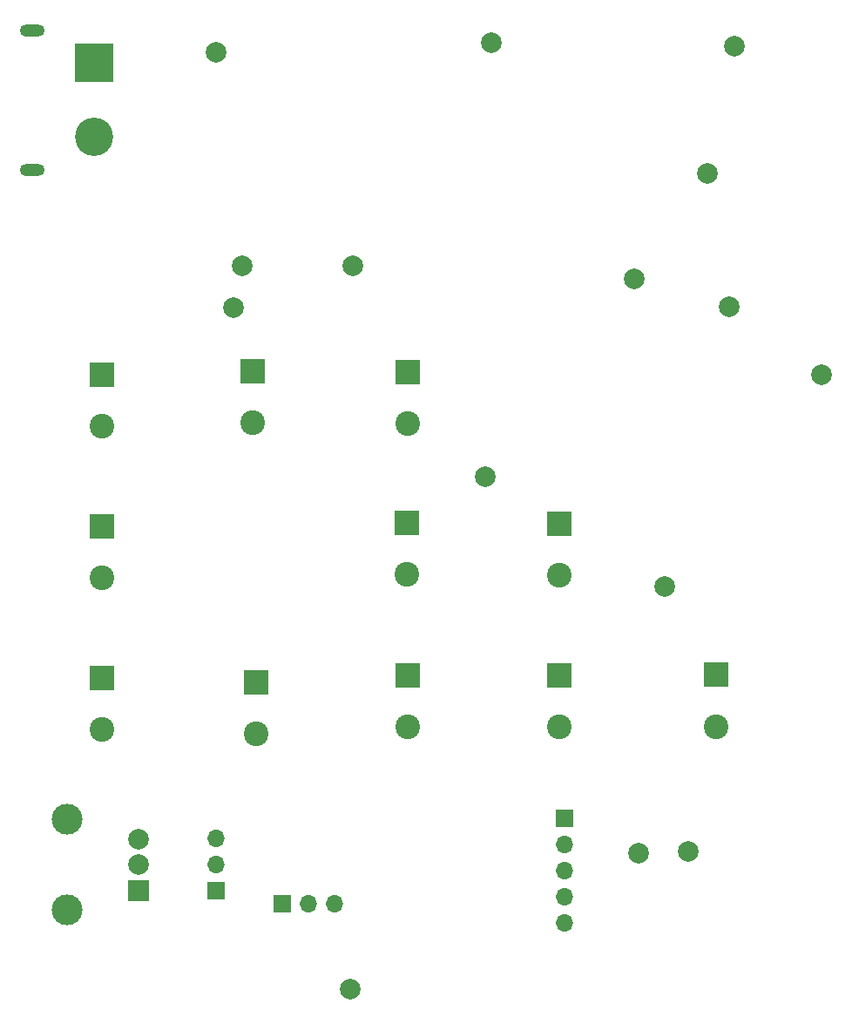
<source format=gbr>
%TF.GenerationSoftware,KiCad,Pcbnew,(6.0.0)*%
%TF.CreationDate,2022-09-13T16:11:23+02:00*%
%TF.ProjectId,IceCutterPCB,49636543-7574-4746-9572-5043422e6b69,rev?*%
%TF.SameCoordinates,Original*%
%TF.FileFunction,Soldermask,Bot*%
%TF.FilePolarity,Negative*%
%FSLAX46Y46*%
G04 Gerber Fmt 4.6, Leading zero omitted, Abs format (unit mm)*
G04 Created by KiCad (PCBNEW (6.0.0)) date 2022-09-13 16:11:23*
%MOMM*%
%LPD*%
G01*
G04 APERTURE LIST*
%ADD10R,2.400000X2.400000*%
%ADD11C,2.400000*%
%ADD12R,1.700000X1.700000*%
%ADD13O,1.700000X1.700000*%
%ADD14R,3.716000X3.716000*%
%ADD15C,3.716000*%
%ADD16O,2.400000X1.200000*%
%ADD17C,3.000000*%
%ADD18R,2.000000X2.000000*%
%ADD19C,2.000000*%
G04 APERTURE END LIST*
D10*
%TO.C,C17*%
X203962000Y-82042000D03*
D11*
X203962000Y-87042000D03*
%TD*%
D12*
%TO.C,J2*%
X185395800Y-132423000D03*
D13*
X185395800Y-129883000D03*
X185395800Y-127343000D03*
%TD*%
D10*
%TO.C,C20*%
X174244000Y-111760000D03*
D11*
X174244000Y-116760000D03*
%TD*%
D10*
%TO.C,C15*%
X188900000Y-81902272D03*
D11*
X188900000Y-86902272D03*
%TD*%
D12*
%TO.C,J5*%
X191787000Y-133631400D03*
D13*
X194327000Y-133631400D03*
X196867000Y-133631400D03*
%TD*%
D10*
%TO.C,C10*%
X203962000Y-111506000D03*
D11*
X203962000Y-116506000D03*
%TD*%
D10*
%TO.C,C21*%
X218694000Y-96774000D03*
D11*
X218694000Y-101774000D03*
%TD*%
D10*
%TO.C,C18*%
X233984800Y-111443472D03*
D11*
X233984800Y-116443472D03*
%TD*%
D12*
%TO.C,J4*%
X219202000Y-125354000D03*
D13*
X219202000Y-127894000D03*
X219202000Y-130434000D03*
X219202000Y-132974000D03*
X219202000Y-135514000D03*
%TD*%
D14*
%TO.C,J1*%
X173545000Y-52000000D03*
D15*
X173545000Y-59200000D03*
D16*
X167545000Y-48850000D03*
X167545000Y-62350000D03*
%TD*%
D17*
%TO.C,RV1*%
X170852800Y-134283000D03*
X170852800Y-125483000D03*
D18*
X177852800Y-132383000D03*
D19*
X177852800Y-129883000D03*
X177852800Y-127383000D03*
%TD*%
D10*
%TO.C,C13*%
X189280800Y-112154672D03*
D11*
X189280800Y-117154672D03*
%TD*%
D10*
%TO.C,C14*%
X203911200Y-96660672D03*
D11*
X203911200Y-101660672D03*
%TD*%
D10*
%TO.C,C22*%
X174244000Y-82296000D03*
D11*
X174244000Y-87296000D03*
%TD*%
D10*
%TO.C,C16*%
X174244000Y-97028000D03*
D11*
X174244000Y-102028000D03*
%TD*%
D10*
%TO.C,C19*%
X218694000Y-111506000D03*
D11*
X218694000Y-116506000D03*
%TD*%
D19*
%TO.C,TP23*%
X187900000Y-71700000D03*
%TD*%
%TO.C,TP17*%
X244220000Y-82261000D03*
%TD*%
%TO.C,TP26*%
X211531200Y-92202000D03*
%TD*%
%TO.C,TP28*%
X226466400Y-128727200D03*
%TD*%
%TO.C,TP16*%
X185388400Y-50984800D03*
%TD*%
%TO.C,TP1*%
X198628000Y-71678800D03*
%TD*%
%TO.C,TP31*%
X235204000Y-75692000D03*
%TD*%
%TO.C,TP32*%
X231252000Y-128615200D03*
%TD*%
%TO.C,TP22*%
X212140800Y-50038000D03*
%TD*%
%TO.C,TP15*%
X198424800Y-141986000D03*
%TD*%
%TO.C,TP33*%
X187045600Y-75793600D03*
%TD*%
%TO.C,TP27*%
X235712000Y-50393600D03*
%TD*%
%TO.C,TP25*%
X226009200Y-72948800D03*
%TD*%
%TO.C,TP18*%
X233121200Y-62687200D03*
%TD*%
%TO.C,TP24*%
X229006400Y-102870000D03*
%TD*%
M02*

</source>
